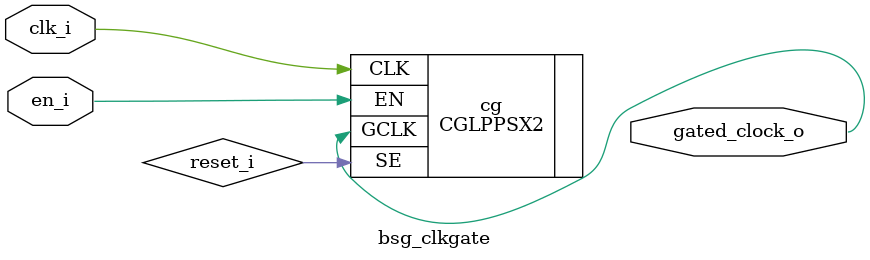
<source format=v>

module bsg_clkgate  (input  clk_i
                    ,input  en_i
                    ,output gated_clock_o
                    );
  
  CGLPPSX2 cg (.SE(reset_i)
	      ,.EN(en_i)
              ,.CLK(clk_i)
              ,.GCLK(gated_clock_o));

endmodule


</source>
